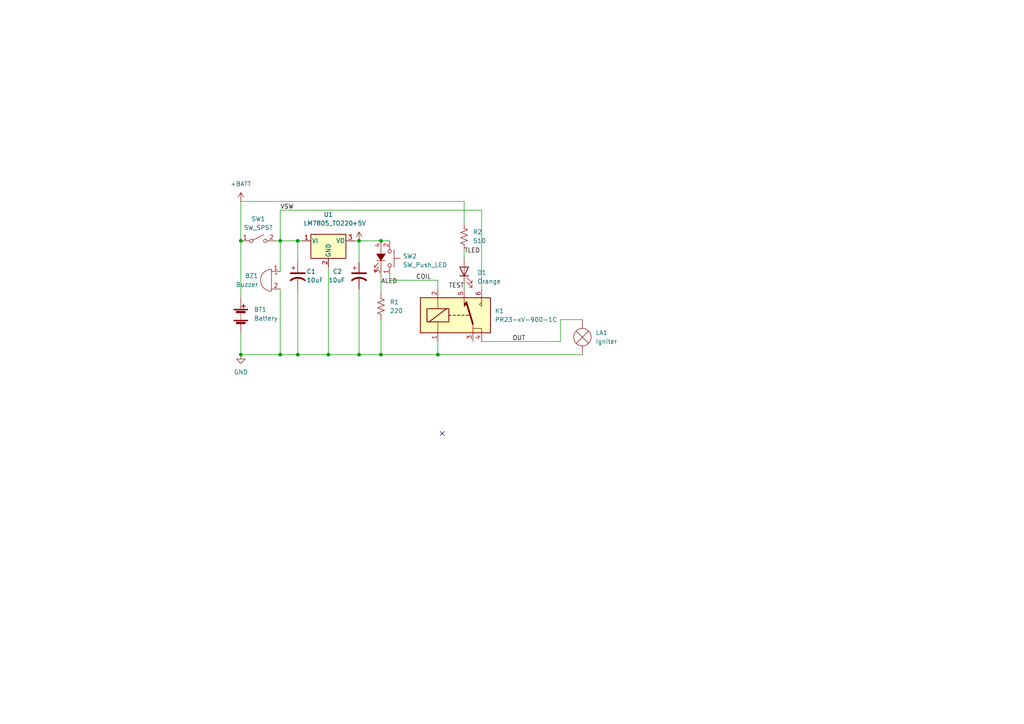
<source format=kicad_sch>
(kicad_sch (version 20211123) (generator eeschema)
  (paper "A4")
  (lib_symbols
    (symbol "Device:Battery" (pin_numbers hide) (pin_names (offset 0) hide)
      (property "Reference" "BT" (at 2.54 2.54 0))
      (property "Value" "Battery" (at 2.54 0 0))
      (symbol "Battery_0_1"
        (rectangle (start -2.032 -1.397) (end 2.032 -1.651) (fill (type outline)))
        (rectangle (start -2.032 1.778) (end 2.032 1.524) (fill (type outline)))
        (rectangle (start -1.3208 -1.9812) (end 1.27 -2.4892) (fill (type outline)))
        (rectangle (start -1.3208 1.1938) (end 1.27 0.6858) (fill (type outline)))
        (polyline (pts (xy 0 -1.524) (xy 0 -1.27)))
        (polyline (pts (xy 0 -1.016) (xy 0 -0.762)))
        (polyline (pts (xy 0 -0.508) (xy 0 -0.254)))
        (polyline (pts (xy 0 0) (xy 0 0.254)))
        (polyline (pts (xy 0 0.508) (xy 0 0.762)))
        (polyline (pts (xy 0 1.778) (xy 0 2.54)))
        (polyline (pts (xy 0.254 2.667) (xy 1.27 2.667)) (stroke (width 0.254)))
        (polyline (pts (xy 0.762 3.175) (xy 0.762 2.159)) (stroke (width 0.254)))
      )
      (symbol "Battery_1_1"
        (pin passive line (at 0 5.08 270) (length 2.54) (name "+") (number "1"))
        (pin passive line (at 0 -5.08 90) (length 2.54) (name "-") (number "2"))
      )
    )
    (symbol "Device:Buzzer" (pin_names (offset 0.0254) hide)
      (property "Reference" "BZ" (at 3.81 1.27 0))
      (property "Value" "Buzzer" (at 3.81 -1.27 0))
      (symbol "Buzzer_0_1"
        (arc (start 0 -3.175) (mid 3.175 0) (end 0 3.175))
        (polyline (pts (xy -1.651 1.905) (xy -1.143 1.905)))
        (polyline (pts (xy -1.397 2.159) (xy -1.397 1.651)))
        (polyline (pts (xy 0 3.175) (xy 0 -3.175)))
      )
      (symbol "Buzzer_1_1"
        (pin passive line (at -2.54 2.54 0) (length 2.54) (name "-") (number "1"))
        (pin passive line (at -2.54 -2.54 0) (length 2.54) (name "+") (number "2"))
      )
    )
    (symbol "Device:C_Polarized_US" (pin_numbers hide) (pin_names (offset 0.254) hide)
      (property "Reference" "C" (at 0.635 2.54 0))
      (property "Value" "C_Polarized_US" (at 0.635 -2.54 0))
      (symbol "C_Polarized_US_0_1"
        (polyline (pts (xy -2.032 0.762) (xy 2.032 0.762)) (stroke (width 0.508)))
        (polyline (pts (xy -1.778 2.286) (xy -0.762 2.286)))
        (polyline (pts (xy -1.27 1.778) (xy -1.27 2.794)))
        (arc (start 2.032 -1.27) (mid 0 -0.5572) (end -2.032 -1.27) (stroke (width 0.508)))
      )
      (symbol "C_Polarized_US_1_1"
        (pin passive line (at 0 3.81 270) (length 2.794) (name "~") (number "1"))
        (pin passive line (at 0 -3.81 90) (length 3.302) (name "~") (number "2"))
      )
    )
    (symbol "Device:LED" (pin_numbers hide) (pin_names (offset 1.016) hide)
      (property "Reference" "D" (at 0 2.54 0))
      (property "Value" "LED" (at 0 -2.54 0))
      (symbol "LED_0_1"
        (polyline (pts (xy -1.27 -1.27) (xy -1.27 1.27)) (stroke (width 0.254)))
        (polyline (pts (xy -1.27 0) (xy 1.27 0)))
        (polyline (pts (xy 1.27 -1.27) (xy 1.27 1.27) (xy -1.27 0) (xy 1.27 -1.27)) (stroke (width 0.254)))
        (polyline (pts (xy -3.048 -0.762) (xy -4.572 -2.286) (xy -3.81 -2.286) (xy -4.572 -2.286) (xy -4.572 -1.524)))
        (polyline (pts (xy -1.778 -0.762) (xy -3.302 -2.286) (xy -2.54 -2.286) (xy -3.302 -2.286) (xy -3.302 -1.524)))
      )
      (symbol "LED_1_1"
        (pin passive line (at -3.81 0 0) (length 2.54) (name "K") (number "1"))
        (pin passive line (at 3.81 0 180) (length 2.54) (name "A") (number "2"))
      )
    )
    (symbol "Device:Lamp" (pin_numbers hide) (pin_names (offset 0.0254) hide)
      (property "Reference" "LA" (at 0.635 3.81 0))
      (property "Value" "Lamp" (at 0.635 -3.81 0))
      (symbol "Lamp_0_1"
        (polyline (pts (xy -1.778 1.778) (xy 1.778 -1.778)))
        (polyline (pts (xy 1.778 1.778) (xy -1.778 -1.778)))
        (circle (center 0 0) (radius 2.54))
      )
      (symbol "Lamp_1_1"
        (pin passive line (at 0 -5.08 90) (length 2.54) (name "-") (number "1"))
        (pin passive line (at 0 5.08 270) (length 2.54) (name "+") (number "2"))
      )
    )
    (symbol "Device:R_US" (pin_numbers hide) (pin_names (offset 0))
      (property "Reference" "R" (at 2.54 0 90))
      (property "Value" "R_US" (at -2.54 0 90))
      (symbol "R_US_0_1"
        (polyline (pts (xy 0 -2.286) (xy 0 -2.54)))
        (polyline (pts (xy 0 2.286) (xy 0 2.54)))
        (polyline (pts (xy 0 -0.762) (xy 1.016 -1.143) (xy 0 -1.524) (xy -1.016 -1.905) (xy 0 -2.286)))
        (polyline (pts (xy 0 0.762) (xy 1.016 0.381) (xy 0 0) (xy -1.016 -0.381) (xy 0 -0.762)))
        (polyline (pts (xy 0 2.286) (xy 1.016 1.905) (xy 0 1.524) (xy -1.016 1.143) (xy 0 0.762)))
      )
      (symbol "R_US_1_1"
        (pin passive line (at 0 3.81 270) (length 1.27) (name "~") (number "1"))
        (pin passive line (at 0 -3.81 90) (length 1.27) (name "~") (number "2"))
      )
    )
    (symbol "Regulator_Linear:LM7805_TO220" (pin_names (offset 0.254))
      (property "Reference" "U" (at -3.81 3.175 0))
      (property "Value" "LM7805_TO220" (at 0 3.175 0))
      (symbol "LM7805_TO220_0_1"
        (rectangle (start -5.08 1.905) (end 5.08 -5.08) (stroke (width 0.254)) (fill (type background)))
      )
      (symbol "LM7805_TO220_1_1"
        (pin power_in line (at -7.62 0 0) (length 2.54) (name "VI") (number "1"))
        (pin power_in line (at 0 -7.62 90) (length 2.54) (name "GND") (number "2"))
        (pin power_out line (at 7.62 0 180) (length 2.54) (name "VO") (number "3"))
      )
    )
    (symbol "Relay_Custom:PR23-xV-900-1C"
      (property "Reference" "K" (at -13.97 0 90))
      (property "Value" "PR23-xV-900-1C" (at -11.43 0 90))
      (symbol "PR23-xV-900-1C_0_0"
        (polyline (pts (xy 2.54 5.08) (xy 2.54 2.54) (xy 3.175 3.175) (xy 2.54 3.81)) (fill (type outline)))
        (polyline (pts (xy 7.62 5.08) (xy 7.62 2.54) (xy 6.985 3.175) (xy 7.62 3.81)))
      )
      (symbol "PR23-xV-900-1C_0_1"
        (rectangle (start -10.16 5.08) (end 10.16 -5.08) (stroke (width 0.254)) (fill (type background)))
        (rectangle (start -8.255 1.905) (end -1.905 -1.905) (stroke (width 0.254)))
        (polyline (pts (xy -7.62 -1.905) (xy -2.54 1.905)) (stroke (width 0.254)))
        (polyline (pts (xy -5.08 -5.08) (xy -5.08 -1.905)))
        (polyline (pts (xy -5.08 5.08) (xy -5.08 1.905)))
        (polyline (pts (xy -1.905 0) (xy -1.27 0)) (stroke (width 0.254)))
        (polyline (pts (xy -0.635 0) (xy 0 0)) (stroke (width 0.254)))
        (polyline (pts (xy 0.635 0) (xy 1.27 0)) (stroke (width 0.254)))
        (polyline (pts (xy 1.905 0) (xy 2.54 0)) (stroke (width 0.254)))
        (polyline (pts (xy 3.175 0) (xy 3.81 0)) (stroke (width 0.254)))
        (polyline (pts (xy 5.08 -2.54) (xy 3.175 3.81)) (stroke (width 0.508)))
        (polyline (pts (xy 5.08 -2.54) (xy 5.08 -5.08)))
        (polyline (pts (xy 7.62 -5.08) (xy 7.62 -3.81) (xy 5.08 -3.81)))
      )
      (symbol "PR23-xV-900-1C_1_1"
        (pin passive line (at -5.08 -7.62 90) (length 2.54) (name "") (number "1"))
        (pin passive line (at -5.08 7.62 270) (length 2.54) (name "") (number "2"))
        (pin passive line (at 5.08 -7.62 90) (length 2.54) (name "~") (number "3"))
        (pin passive line (at 7.62 -7.62 90) (length 2.54) (name "~") (number "4"))
        (pin passive line (at 2.54 7.62 270) (length 2.54) (name "~") (number "5"))
        (pin passive line (at 7.62 7.62 270) (length 2.54) (name "~") (number "6"))
        (pin passive line (at 5.08 -7.62 90) (length 2.54) hide (name "~") (number "8"))
      )
    )
    (symbol "Switch:SW_Push_LED" (pin_names (offset 1.016) hide)
      (property "Reference" "SW" (at 0.635 5.715 0))
      (property "Value" "SW_Push_LED" (at 0 -3.175 0))
      (symbol "SW_Push_LED_0_0"
        (polyline (pts (xy -3.81 -1.905) (xy -2.54 -0.635)))
        (polyline (pts (xy -2.54 -1.905) (xy -1.27 -0.635)))
        (polyline (pts (xy -2.54 0) (xy 2.54 0)))
        (polyline (pts (xy -0.635 1.27) (xy -0.635 -1.27)))
        (polyline (pts (xy -3.81 -1.27) (xy -3.81 -1.905) (xy -3.175 -1.905)))
        (polyline (pts (xy -2.54 -1.27) (xy -2.54 -1.905) (xy -1.905 -1.905)))
        (polyline (pts (xy -0.635 0) (xy 1.27 1.27) (xy 1.27 -1.27) (xy -0.635 0)) (fill (type outline)))
      )
      (symbol "SW_Push_LED_0_1"
        (circle (center -2.032 2.54) (radius 0.508))
        (polyline (pts (xy 0 3.81) (xy 0 5.588)))
        (polyline (pts (xy 2.54 3.81) (xy -2.54 3.81)))
        (circle (center 2.032 2.54) (radius 0.508))
        (pin passive line (at -5.08 2.54 0) (length 2.54) (name "1") (number "1"))
        (pin passive line (at 5.08 2.54 180) (length 2.54) (name "2") (number "2"))
        (pin passive line (at -5.08 0 0) (length 2.54) (name "K") (number "3"))
        (pin passive line (at 5.08 0 180) (length 2.54) (name "A") (number "4"))
      )
    )
    (symbol "Switch:SW_SPST" (pin_names (offset 0) hide)
      (property "Reference" "SW" (at 0 3.175 0))
      (property "Value" "SW_SPST" (at 0 -2.54 0))
      (symbol "SW_SPST_0_0"
        (circle (center -2.032 0) (radius 0.508))
        (polyline (pts (xy -1.524 0.254) (xy 1.524 1.778)))
        (circle (center 2.032 0) (radius 0.508))
      )
      (symbol "SW_SPST_1_1"
        (pin passive line (at -5.08 0 0) (length 2.54) (name "A") (number "1"))
        (pin passive line (at 5.08 0 180) (length 2.54) (name "B") (number "2"))
      )
    )
    (symbol "power:+5V" (power) (pin_names (offset 0))
      (property "Value" "+5V" (at 0 3.556 0))
      (symbol "+5V_0_1"
        (polyline (pts (xy -0.762 1.27) (xy 0 2.54)))
        (polyline (pts (xy 0 0) (xy 0 2.54)))
        (polyline (pts (xy 0 2.54) (xy 0.762 1.27)))
      )
      (symbol "+5V_1_1"
        (pin power_in line (at 0 0 90) (length 0) hide (name "+5V") (number "1"))
      )
    )
    (symbol "power:+BATT" (power) (pin_names (offset 0))
      (property "Value" "+BATT" (at 0 3.556 0))
      (symbol "+BATT_0_1"
        (polyline (pts (xy -0.762 1.27) (xy 0 2.54)))
        (polyline (pts (xy 0 0) (xy 0 2.54)))
        (polyline (pts (xy 0 2.54) (xy 0.762 1.27)))
      )
      (symbol "+BATT_1_1"
        (pin power_in line (at 0 0 90) (length 0) hide (name "+BATT") (number "1"))
      )
    )
    (symbol "power:GND" (power) (pin_names (offset 0))
      (property "Value" "GND" (at 0 -3.81 0))
      (symbol "GND_0_1"
        (polyline (pts (xy 0 0) (xy 0 -1.27) (xy 1.27 -1.27) (xy 0 -2.54) (xy -1.27 -1.27) (xy 0 -1.27)))
      )
      (symbol "GND_1_1"
        (pin power_in line (at 0 0 270) (length 0) hide (name "GND") (number "1"))
      )
    )
  )
  (junction (at 110.49 102.87))
  (junction (at 86.36 69.85))
  (junction (at 69.85 69.85))
  (junction (at 95.25 102.87))
  (junction (at 110.49 69.85))
  (junction (at 69.85 102.87))
  (junction (at 86.36 102.87))
  (junction (at 104.14 69.85))
  (junction (at 81.28 69.85))
  (junction (at 127 102.87))
  (junction (at 81.28 102.87))
  (junction (at 104.14 102.87))
  (no_connect (at 128.27 125.73))
  (wire (pts (xy 110.49 92.71) (xy 110.49 102.87)))
  (wire (pts (xy 110.49 69.85) (xy 104.14 69.85)))
  (wire (pts (xy 113.03 81.28) (xy 127 81.28)))
  (wire (pts (xy 69.85 69.85) (xy 69.85 86.36)))
  (wire (pts (xy 127 99.06) (xy 127 102.87)))
  (wire (pts (xy 134.62 82.55) (xy 134.62 83.82)))
  (wire (pts (xy 86.36 69.85) (xy 86.36 76.2)))
  (wire (pts (xy 86.36 102.87) (xy 95.25 102.87)))
  (wire (pts (xy 139.7 83.82) (xy 139.7 60.96)))
  (wire (pts (xy 69.85 58.42) (xy 69.85 69.85)))
  (wire (pts (xy 110.49 80.01) (xy 110.49 85.09)))
  (wire (pts (xy 81.28 102.87) (xy 86.36 102.87)))
  (wire (pts (xy 104.14 102.87) (xy 110.49 102.87)))
  (wire (pts (xy 80.01 69.85) (xy 81.28 69.85)))
  (wire (pts (xy 81.28 69.85) (xy 86.36 69.85)))
  (wire (pts (xy 110.49 102.87) (xy 127 102.87)))
  (wire (pts (xy 110.49 69.85) (xy 113.03 69.85)))
  (wire (pts (xy 81.28 69.85) (xy 81.28 60.96)))
  (wire (pts (xy 81.28 60.96) (xy 139.7 60.96)))
  (wire (pts (xy 134.62 72.39) (xy 134.62 74.93)))
  (wire (pts (xy 162.56 92.71) (xy 168.91 92.71)))
  (wire (pts (xy 104.14 83.82) (xy 104.14 102.87)))
  (wire (pts (xy 69.85 96.52) (xy 69.85 102.87)))
  (wire (pts (xy 139.7 99.06) (xy 162.56 99.06)))
  (wire (pts (xy 86.36 83.82) (xy 86.36 102.87)))
  (wire (pts (xy 104.14 69.85) (xy 104.14 76.2)))
  (wire (pts (xy 102.87 69.85) (xy 104.14 69.85)))
  (wire (pts (xy 81.28 69.85) (xy 81.28 78.74)))
  (wire (pts (xy 127 81.28) (xy 127 83.82)))
  (wire (pts (xy 134.62 64.77) (xy 134.62 58.42)))
  (wire (pts (xy 95.25 102.87) (xy 104.14 102.87)))
  (wire (pts (xy 134.62 58.42) (xy 69.85 58.42)))
  (wire (pts (xy 113.03 81.28) (xy 113.03 80.01)))
  (wire (pts (xy 127 102.87) (xy 168.91 102.87)))
  (wire (pts (xy 69.85 102.87) (xy 81.28 102.87)))
  (wire (pts (xy 95.25 77.47) (xy 95.25 102.87)))
  (wire (pts (xy 86.36 69.85) (xy 87.63 69.85)))
  (wire (pts (xy 162.56 99.06) (xy 162.56 92.71)))
  (wire (pts (xy 81.28 83.82) (xy 81.28 102.87)))
  (label "TLED" (at 134.62 73.66 0))
  (label "COIL" (at 120.65 81.28 0))
  (label "VSW" (at 81.28 60.96 0))
  (label "ALED" (at 110.49 82.55 0))
  (label "OUT" (at 148.59 99.06 0))
  (label "TEST" (at 134.62 83.82 180))
  (symbol (lib_id "Regulator_Linear:LM7805_TO220") (at 95.25 69.85 0) (unit 1)
    (property "Reference" "U1" (at 95.25 62.23 0))
    (property "Value" "LM7805_TO220" (at 95.25 64.77 0))
    (property "Footprint" "Package_TO_SOT_THT:TO-220-3_Vertical" (effects hide))
    (property "Datasheet" "https://www.onsemi.cn/PowerSolutions/document/MC7800-D.PDF" (effects hide))
  )
  (symbol (lib_id "Switch:SW_SPST") (at 74.93 69.85 0) (unit 1)
    (property "Reference" "SW1" (at 74.93 63.5 0))
    (property "Value" "SW_SPST" (at 74.93 66.04 0))
    (property "Footprint" "Connector_Wire:SolderWire-0.75sqmm_1x02_P7mm_D1.25mm_OD3.5mm" (effects hide))
  )
  (symbol (lib_id "power:GND") (at 69.85 102.87 0) (unit 1)
    (property "Reference" "#PWR0103" (effects hide))
    (property "Value" "GND" (at 69.85 107.95 0))
  )
  (symbol (lib_id "Device:Buzzer") (at 78.74 81.28 0) (mirror y) (unit 1)
    (property "Reference" "BZ1" (at 74.93 80.01 0) (effects (justify left)))
    (property "Value" "Buzzer" (at 74.93 82.55 0) (effects (justify left)))
    (property "Footprint" "Buzzer_Beeper:Buzzer_12x9.5RM7.6" (effects hide))
  )
  (symbol (lib_id "Device:Lamp") (at 168.91 97.79 0) (unit 1)
    (property "Reference" "LA1" (at 172.72 96.5199 0) (effects (justify left)))
    (property "Value" "Igniter" (at 172.72 99.0599 0) (effects (justify left)))
    (property "Footprint" "Connector_Wire:SolderWire-0.75sqmm_1x02_P7mm_D1.25mm_OD3.5mm" (effects hide))
  )
  (symbol (lib_id "power:+BATT") (at 69.85 58.42 0) (unit 1)
    (property "Reference" "#PWR0101" (effects hide))
    (property "Value" "+BATT" (at 69.85 53.34 0))
  )
  (symbol (lib_id "Device:Battery") (at 69.85 91.44 0) (unit 1)
    (property "Reference" "BT1" (at 73.66 89.7889 0) (effects (justify left)))
    (property "Value" "Battery" (at 73.66 92.3289 0) (effects (justify left)))
    (property "Footprint" "Connector_Wire:SolderWire-0.75sqmm_1x02_P7mm_D1.25mm_OD3.5mm" (effects hide))
  )
  (symbol (lib_id "Relay_Custom:PR23-xV-900-1C") (at 132.08 91.44 0) (unit 1)
    (property "Reference" "K1" (at 143.51 90.1699 0) (effects (justify left)))
    (property "Value" "PR23-xV-900-1C" (at 143.51 92.7099 0) (effects (justify left)))
    (property "Footprint" "Relay_Custom:PR23-xV-900-1C" (effects hide))
  )
  (symbol (lib_id "Device:R_US") (at 110.49 88.9 0) (unit 1)
    (property "Reference" "R1" (at 113.03 87.6299 0) (effects (justify left)))
    (property "Value" "220" (at 113.03 90.1699 0) (effects (justify left)))
    (property "Footprint" "Resistor_THT:R_Axial_DIN0207_L6.3mm_D2.5mm_P10.16mm_Horizontal" (effects hide))
  )
  (symbol (lib_id "Device:R_US") (at 134.62 68.58 180) (unit 1)
    (property "Reference" "R2" (at 137.16 67.3099 0) (effects (justify right)))
    (property "Value" "510" (at 137.16 69.8499 0) (effects (justify right)))
    (property "Footprint" "Resistor_THT:R_Axial_DIN0207_L6.3mm_D2.5mm_P10.16mm_Horizontal" (effects hide))
  )
  (symbol (lib_id "Switch:SW_Push_LED") (at 110.49 74.93 270) (mirror x) (unit 1)
    (property "Reference" "SW2" (at 116.84 74.2949 90) (effects (justify left)))
    (property "Value" "SW_Push_LED" (at 116.84 76.8349 90) (effects (justify left)))
    (property "Footprint" "Connector_PinHeader_2.54mm:PinHeader_1x04_P2.54mm_Vertical" (effects hide))
  )
  (symbol (lib_id "Device:C_Polarized_US") (at 104.14 80.01 0) (unit 1)
    (property "Reference" "C2" (at 96.52 78.74 0) (effects (justify left)))
    (property "Value" "10uF" (at 95.25 81.28 0) (effects (justify left)))
    (property "Footprint" "Capacitor_THT:CP_Radial_D6.3mm_P2.50mm" (effects hide))
  )
  (symbol (lib_id "Device:LED") (at 134.62 78.74 90) (unit 1)
    (property "Reference" "D1" (at 138.43 79.0574 90) (effects (justify right)))
    (property "Value" "Orange" (at 138.43 81.5974 90) (effects (justify right)))
    (property "Footprint" "Connector_PinHeader_2.54mm:PinHeader_1x02_P2.54mm_Vertical" (effects hide))
  )
  (symbol (lib_id "Device:C_Polarized_US") (at 86.36 80.01 0) (unit 1)
    (property "Reference" "C1" (at 88.9 78.74 0) (effects (justify left)))
    (property "Value" "10uF" (at 88.9 81.28 0) (effects (justify left)))
    (property "Footprint" "Capacitor_THT:CP_Radial_D6.3mm_P2.50mm" (effects hide))
  )
  (symbol (lib_id "power:+5V") (at 104.14 69.85 0) (unit 1)
    (property "Reference" "#PWR0102" (effects hide))
    (property "Value" "+5V" (at 104.14 64.77 0))
  )
)
</source>
